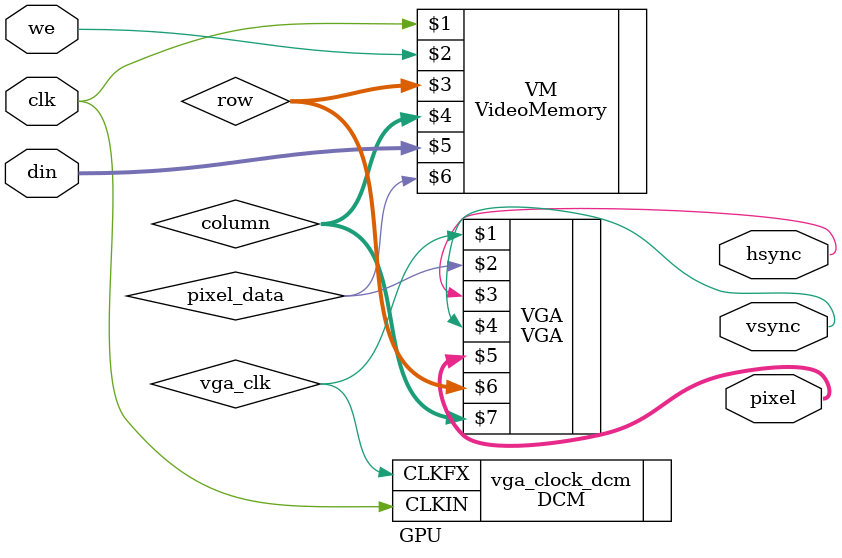
<source format=v>
`timescale 1ns / 1ps

module GPU(
	input clk,
	input we,
	input [7:0] din,
	output vsync,
	output hsync,
	output [2:0] pixel
    );
	 
	wire vga_clk;
	// synthesis attribute CLKFX_DIVIDE of vga_clock_dcm is 4
	// synthesis attribute CLKFX_MULTIPLY of vga_clock_dcm is 2
	DCM vga_clock_dcm(.CLKIN(clk), .CLKFX(vga_clk));
	
	wire [7:0] row;
	wire [7:0] column;
	
	VideoMemory VM(clk, we, row, column, din, pixel_data);
	VGA VGA(vga_clk, pixel_data, hsync, vsync, pixel, row, column);
	
endmodule

</source>
